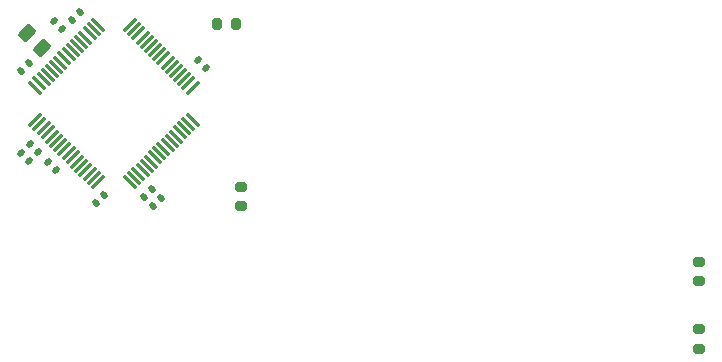
<source format=gbr>
%TF.GenerationSoftware,KiCad,Pcbnew,7.0.9*%
%TF.CreationDate,2024-10-01T14:40:40+09:00*%
%TF.ProjectId,03-front,30332d66-726f-46e7-942e-6b696361645f,rev?*%
%TF.SameCoordinates,Original*%
%TF.FileFunction,Paste,Bot*%
%TF.FilePolarity,Positive*%
%FSLAX46Y46*%
G04 Gerber Fmt 4.6, Leading zero omitted, Abs format (unit mm)*
G04 Created by KiCad (PCBNEW 7.0.9) date 2024-10-01 14:40:40*
%MOMM*%
%LPD*%
G01*
G04 APERTURE LIST*
G04 Aperture macros list*
%AMRoundRect*
0 Rectangle with rounded corners*
0 $1 Rounding radius*
0 $2 $3 $4 $5 $6 $7 $8 $9 X,Y pos of 4 corners*
0 Add a 4 corners polygon primitive as box body*
4,1,4,$2,$3,$4,$5,$6,$7,$8,$9,$2,$3,0*
0 Add four circle primitives for the rounded corners*
1,1,$1+$1,$2,$3*
1,1,$1+$1,$4,$5*
1,1,$1+$1,$6,$7*
1,1,$1+$1,$8,$9*
0 Add four rect primitives between the rounded corners*
20,1,$1+$1,$2,$3,$4,$5,0*
20,1,$1+$1,$4,$5,$6,$7,0*
20,1,$1+$1,$6,$7,$8,$9,0*
20,1,$1+$1,$8,$9,$2,$3,0*%
G04 Aperture macros list end*
%ADD10RoundRect,0.140000X0.219203X0.021213X0.021213X0.219203X-0.219203X-0.021213X-0.021213X-0.219203X0*%
%ADD11RoundRect,0.250000X0.503814X0.132583X0.132583X0.503814X-0.503814X-0.132583X-0.132583X-0.503814X0*%
%ADD12RoundRect,0.200000X-0.200000X-0.275000X0.200000X-0.275000X0.200000X0.275000X-0.200000X0.275000X0*%
%ADD13RoundRect,0.140000X0.021213X-0.219203X0.219203X-0.021213X-0.021213X0.219203X-0.219203X0.021213X0*%
%ADD14RoundRect,0.075000X-0.441942X-0.548008X0.548008X0.441942X0.441942X0.548008X-0.548008X-0.441942X0*%
%ADD15RoundRect,0.075000X0.441942X-0.548008X0.548008X-0.441942X-0.441942X0.548008X-0.548008X0.441942X0*%
%ADD16RoundRect,0.200000X0.275000X-0.200000X0.275000X0.200000X-0.275000X0.200000X-0.275000X-0.200000X0*%
%ADD17RoundRect,0.140000X-0.219203X-0.021213X-0.021213X-0.219203X0.219203X0.021213X0.021213X0.219203X0*%
%ADD18RoundRect,0.140000X-0.021213X0.219203X-0.219203X0.021213X0.021213X-0.219203X0.219203X-0.021213X0*%
G04 APERTURE END LIST*
D10*
%TO.C,C9*%
X142833411Y-97875411D03*
X142154589Y-97196589D03*
%TD*%
%TO.C,C2*%
X144865411Y-87461411D03*
X144186589Y-86782589D03*
%TD*%
D11*
%TO.C,FB1*%
X143139235Y-89037235D03*
X141848765Y-87746765D03*
%TD*%
D12*
%TO.C,R2*%
X157925000Y-86995000D03*
X159575000Y-86995000D03*
%TD*%
D13*
%TO.C,C4*%
X141392589Y-91017411D03*
X142071411Y-90338589D03*
%TD*%
D10*
%TO.C,C10*%
X142071411Y-98637411D03*
X141392589Y-97958589D03*
%TD*%
D14*
%TO.C,U1*%
X147863819Y-100419320D03*
X147510266Y-100065767D03*
X147156713Y-99712214D03*
X146803159Y-99358660D03*
X146449606Y-99005107D03*
X146096052Y-98651553D03*
X145742499Y-98298000D03*
X145388946Y-97944447D03*
X145035392Y-97590893D03*
X144681839Y-97237340D03*
X144328286Y-96883787D03*
X143974732Y-96530233D03*
X143621179Y-96176680D03*
X143267625Y-95823126D03*
X142914072Y-95469573D03*
X142560519Y-95116020D03*
D15*
X142560519Y-92393658D03*
X142914072Y-92040105D03*
X143267625Y-91686552D03*
X143621179Y-91332998D03*
X143974732Y-90979445D03*
X144328286Y-90625891D03*
X144681839Y-90272338D03*
X145035392Y-89918785D03*
X145388946Y-89565231D03*
X145742499Y-89211678D03*
X146096052Y-88858125D03*
X146449606Y-88504571D03*
X146803159Y-88151018D03*
X147156713Y-87797464D03*
X147510266Y-87443911D03*
X147863819Y-87090358D03*
D14*
X150586181Y-87090358D03*
X150939734Y-87443911D03*
X151293287Y-87797464D03*
X151646841Y-88151018D03*
X152000394Y-88504571D03*
X152353948Y-88858125D03*
X152707501Y-89211678D03*
X153061054Y-89565231D03*
X153414608Y-89918785D03*
X153768161Y-90272338D03*
X154121714Y-90625891D03*
X154475268Y-90979445D03*
X154828821Y-91332998D03*
X155182375Y-91686552D03*
X155535928Y-92040105D03*
X155889481Y-92393658D03*
D15*
X155889481Y-95116020D03*
X155535928Y-95469573D03*
X155182375Y-95823126D03*
X154828821Y-96176680D03*
X154475268Y-96530233D03*
X154121714Y-96883787D03*
X153768161Y-97237340D03*
X153414608Y-97590893D03*
X153061054Y-97944447D03*
X152707501Y-98298000D03*
X152353948Y-98651553D03*
X152000394Y-99005107D03*
X151646841Y-99358660D03*
X151293287Y-99712214D03*
X150939734Y-100065767D03*
X150586181Y-100419320D03*
%TD*%
D16*
%TO.C,R3*%
X198755000Y-108775000D03*
X198755000Y-107125000D03*
%TD*%
D13*
%TO.C,C6*%
X145710589Y-86699411D03*
X146389411Y-86020589D03*
%TD*%
D16*
%TO.C,R1*%
X160020000Y-102425000D03*
X160020000Y-100775000D03*
%TD*%
D17*
%TO.C,C3*%
X156378589Y-90084589D03*
X157057411Y-90763411D03*
%TD*%
D16*
%TO.C,R4*%
X198755000Y-114490000D03*
X198755000Y-112840000D03*
%TD*%
D17*
%TO.C,C1*%
X143678589Y-98720589D03*
X144357411Y-99399411D03*
%TD*%
D13*
%TO.C,C5*%
X147742589Y-102193411D03*
X148421411Y-101514589D03*
%TD*%
%TO.C,C7*%
X152568589Y-102447411D03*
X153247411Y-101768589D03*
%TD*%
D18*
%TO.C,C8*%
X152485411Y-101006589D03*
X151806589Y-101685411D03*
%TD*%
M02*

</source>
